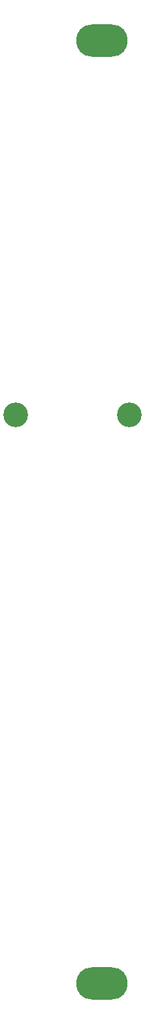
<source format=gbs>
G04 #@! TF.GenerationSoftware,KiCad,Pcbnew,7.0.7-7.0.7~ubuntu22.04.1*
G04 #@! TF.CreationDate,2023-10-15T17:30:04+01:00*
G04 #@! TF.ProjectId,USB_distri,5553425f-6469-4737-9472-692e6b696361,rev?*
G04 #@! TF.SameCoordinates,Original*
G04 #@! TF.FileFunction,Soldermask,Bot*
G04 #@! TF.FilePolarity,Negative*
%FSLAX46Y46*%
G04 Gerber Fmt 4.6, Leading zero omitted, Abs format (unit mm)*
G04 Created by KiCad (PCBNEW 7.0.7-7.0.7~ubuntu22.04.1) date 2023-10-15 17:30:04*
%MOMM*%
%LPD*%
G01*
G04 APERTURE LIST*
%ADD10C,3.200000*%
%ADD11O,6.700000X4.200000*%
G04 APERTURE END LIST*
D10*
X93350000Y-73400000D03*
D11*
X104500000Y-147000000D03*
D10*
X108100000Y-73400000D03*
D11*
X104500000Y-25000000D03*
M02*

</source>
